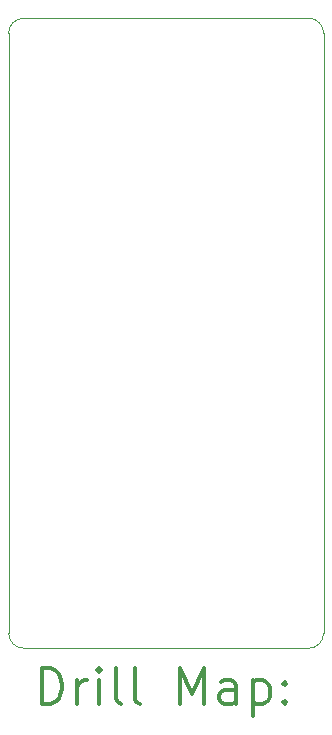
<source format=gbr>
%FSLAX45Y45*%
G04 Gerber Fmt 4.5, Leading zero omitted, Abs format (unit mm)*
G04 Created by KiCad (PCBNEW 5.1.5-52549c5~85~ubuntu18.04.1) date 2020-03-29 12:36:53*
%MOMM*%
%LPD*%
G04 APERTURE LIST*
%TA.AperFunction,Profile*%
%ADD10C,0.120000*%
%TD*%
%ADD11C,0.200000*%
%ADD12C,0.300000*%
G04 APERTURE END LIST*
D10*
X15303500Y-12700000D02*
G75*
G02X15176500Y-12827000I-127000J0D01*
G01*
X12636500Y-7620000D02*
G75*
G02X12763500Y-7493000I127000J0D01*
G01*
X12763500Y-12827000D02*
G75*
G02X12636500Y-12700000I0J127000D01*
G01*
X15176500Y-7493000D02*
G75*
G02X15303500Y-7620000I0J-127000D01*
G01*
X12636500Y-7620000D02*
X12636500Y-12700000D01*
X15176500Y-7493000D02*
X12763500Y-7493000D01*
X15303500Y-12700000D02*
X15303500Y-7620000D01*
X12763500Y-12827000D02*
X15176500Y-12827000D01*
D11*
D12*
X12916928Y-13298714D02*
X12916928Y-12998714D01*
X12988357Y-12998714D01*
X13031214Y-13013000D01*
X13059786Y-13041571D01*
X13074071Y-13070143D01*
X13088357Y-13127286D01*
X13088357Y-13170143D01*
X13074071Y-13227286D01*
X13059786Y-13255857D01*
X13031214Y-13284429D01*
X12988357Y-13298714D01*
X12916928Y-13298714D01*
X13216928Y-13298714D02*
X13216928Y-13098714D01*
X13216928Y-13155857D02*
X13231214Y-13127286D01*
X13245500Y-13113000D01*
X13274071Y-13098714D01*
X13302643Y-13098714D01*
X13402643Y-13298714D02*
X13402643Y-13098714D01*
X13402643Y-12998714D02*
X13388357Y-13013000D01*
X13402643Y-13027286D01*
X13416928Y-13013000D01*
X13402643Y-12998714D01*
X13402643Y-13027286D01*
X13588357Y-13298714D02*
X13559786Y-13284429D01*
X13545500Y-13255857D01*
X13545500Y-12998714D01*
X13745500Y-13298714D02*
X13716928Y-13284429D01*
X13702643Y-13255857D01*
X13702643Y-12998714D01*
X14088357Y-13298714D02*
X14088357Y-12998714D01*
X14188357Y-13213000D01*
X14288357Y-12998714D01*
X14288357Y-13298714D01*
X14559786Y-13298714D02*
X14559786Y-13141571D01*
X14545500Y-13113000D01*
X14516928Y-13098714D01*
X14459786Y-13098714D01*
X14431214Y-13113000D01*
X14559786Y-13284429D02*
X14531214Y-13298714D01*
X14459786Y-13298714D01*
X14431214Y-13284429D01*
X14416928Y-13255857D01*
X14416928Y-13227286D01*
X14431214Y-13198714D01*
X14459786Y-13184429D01*
X14531214Y-13184429D01*
X14559786Y-13170143D01*
X14702643Y-13098714D02*
X14702643Y-13398714D01*
X14702643Y-13113000D02*
X14731214Y-13098714D01*
X14788357Y-13098714D01*
X14816928Y-13113000D01*
X14831214Y-13127286D01*
X14845500Y-13155857D01*
X14845500Y-13241571D01*
X14831214Y-13270143D01*
X14816928Y-13284429D01*
X14788357Y-13298714D01*
X14731214Y-13298714D01*
X14702643Y-13284429D01*
X14974071Y-13270143D02*
X14988357Y-13284429D01*
X14974071Y-13298714D01*
X14959786Y-13284429D01*
X14974071Y-13270143D01*
X14974071Y-13298714D01*
X14974071Y-13113000D02*
X14988357Y-13127286D01*
X14974071Y-13141571D01*
X14959786Y-13127286D01*
X14974071Y-13113000D01*
X14974071Y-13141571D01*
M02*

</source>
